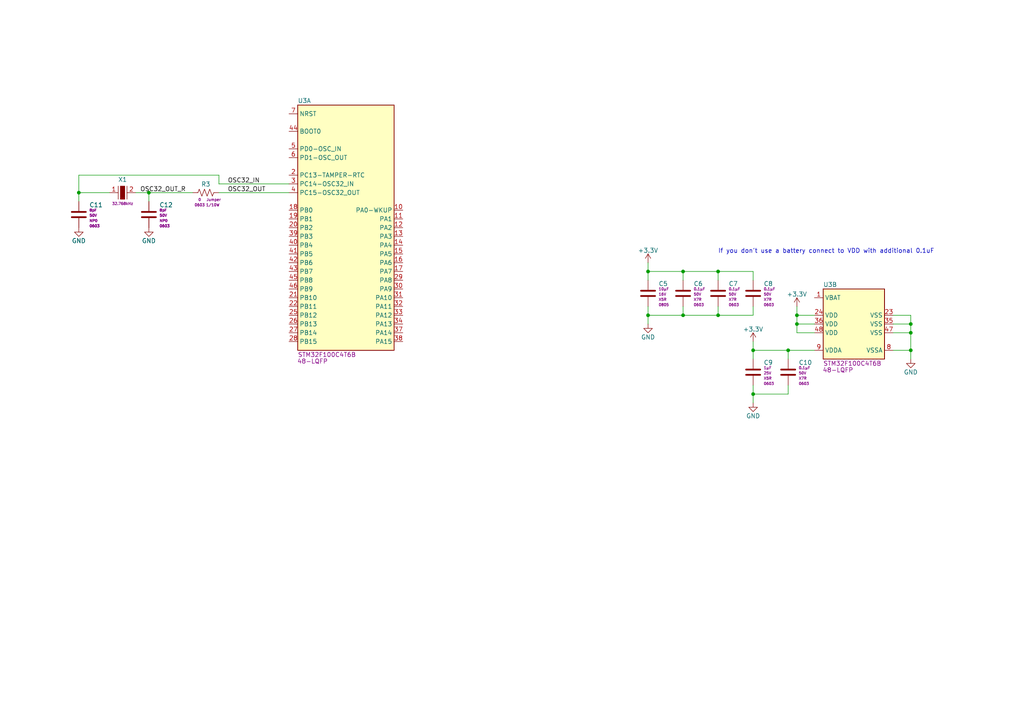
<source format=kicad_sch>
(kicad_sch (version 20211123) (generator eeschema)
  (paper "A4")
  (lib_symbols
    (symbol "arjun_symbols:CAP_CER_0u1_50V_X7R_0603" (pin_numbers hide) (pin_names (offset 0.254))
      (property "Reference" "C" (at 3.048 -1.016 0))
      (property "Capacitance" "0.1µF" (at 3.048 -2.54 0))
      (property "Voltage" "50V" (at 3.048 -4.064 0))
      (property "Package" "0603" (at 3.048 -7.112 0))
      (property "Temp Co" "X7R" (at 3.048 -5.588 0))
      (symbol "CAP_CER_0u1_50V_X7R_0603_0_1"
        (polyline (pts (xy -2.032 -4.572) (xy 2.032 -4.572)) (stroke (width 0.508)))
        (polyline (pts (xy -2.032 -3.048) (xy 2.032 -3.048)) (stroke (width 0.508)))
      )
      (symbol "CAP_CER_0u1_50V_X7R_0603_1_1"
        (pin passive line (at 0 0 270) (length 2.794) (name "~") (number "1"))
        (pin passive line (at 0 -7.62 90) (length 2.794) (name "~") (number "2"))
      )
    )
    (symbol "arjun_symbols:CAP_CER_10u_16V_X5R_0805" (pin_numbers hide) (pin_names (offset 0.254))
      (property "Reference" "C" (at 3.048 -1.016 0))
      (property "Capacitance" "10µF" (at 3.048 -2.54 0))
      (property "Voltage" "16V" (at 3.048 -4.064 0))
      (property "Package" "0805" (at 3.048 -7.112 0))
      (property "Temp Co" "X5R" (at 3.048 -5.588 0))
      (symbol "CAP_CER_10u_16V_X5R_0805_0_1"
        (polyline (pts (xy -2.032 -4.572) (xy 2.032 -4.572)) (stroke (width 0.508)))
        (polyline (pts (xy -2.032 -3.048) (xy 2.032 -3.048)) (stroke (width 0.508)))
      )
      (symbol "CAP_CER_10u_16V_X5R_0805_1_1"
        (pin passive line (at 0 0 270) (length 2.794) (name "~") (number "1"))
        (pin passive line (at 0 -7.62 90) (length 2.794) (name "~") (number "2"))
      )
    )
    (symbol "arjun_symbols:CAP_CER_1u_25V_X5R_0603" (pin_numbers hide) (pin_names (offset 0.254))
      (property "Reference" "C" (at 3.048 -1.016 0))
      (property "Capacitance" "1µF" (at 3.048 -2.54 0))
      (property "Voltage" "25V" (at 3.048 -4.064 0))
      (property "Package" "0603" (at 3.048 -7.112 0))
      (property "Temp Co" "X5R" (at 3.048 -5.588 0))
      (symbol "CAP_CER_1u_25V_X5R_0603_0_1"
        (polyline (pts (xy -2.032 -4.572) (xy 2.032 -4.572)) (stroke (width 0.508)))
        (polyline (pts (xy -2.032 -3.048) (xy 2.032 -3.048)) (stroke (width 0.508)))
      )
      (symbol "CAP_CER_1u_25V_X5R_0603_1_1"
        (pin passive line (at 0 0 270) (length 2.794) (name "~") (number "1"))
        (pin passive line (at 0 -7.62 90) (length 2.794) (name "~") (number "2"))
      )
    )
    (symbol "arjun_symbols:CAP_CER_8p_50V_NP0_0603" (pin_numbers hide) (pin_names (offset 0.254))
      (property "Reference" "C" (at 3.048 -1.016 0))
      (property "Capacitance" "8pF" (at 3.048 -2.54 0))
      (property "Voltage" "50V" (at 3.048 -4.064 0))
      (property "Package" "0603" (at 3.048 -7.112 0))
      (property "Temp Co" "NP0" (at 3.048 -5.588 0))
      (symbol "CAP_CER_8p_50V_NP0_0603_0_1"
        (polyline (pts (xy -2.032 -4.572) (xy 2.032 -4.572)) (stroke (width 0.508)))
        (polyline (pts (xy -2.032 -3.048) (xy 2.032 -3.048)) (stroke (width 0.508)))
      )
      (symbol "CAP_CER_8p_50V_NP0_0603_1_1"
        (pin passive line (at 0 0 270) (length 2.794) (name "~") (number "1"))
        (pin passive line (at 0 -7.62 90) (length 2.794) (name "~") (number "2"))
      )
    )
    (symbol "arjun_symbols:IC_MCU_STM32F100C4T6B_48LQFP"
      (property "Reference" "U" (at 2.54 5.715 0))
      (property "ManufacturerPN" "STM32F100C4T6B" (at 2.54 3.81 0))
      (property "Package" " 48-LQFP" (at 25.4 3.81 0))
      (symbol "IC_MCU_STM32F100C4T6B_48LQFP_1_1"
        (rectangle (start 2.54 2.54) (end 30.48 -68.58) (stroke (width 0.254)) (fill (type background)))
        (pin bidirectional line (at 33.02 -27.94 180) (length 2.54) (name "PA0-WKUP") (number "10"))
        (pin bidirectional line (at 33.02 -30.48 180) (length 2.54) (name "PA1") (number "11"))
        (pin bidirectional line (at 33.02 -33.02 180) (length 2.54) (name "PA2") (number "12"))
        (pin bidirectional line (at 33.02 -35.56 180) (length 2.54) (name "PA3") (number "13"))
        (pin bidirectional line (at 33.02 -38.1 180) (length 2.54) (name "PA4") (number "14"))
        (pin bidirectional line (at 33.02 -40.64 180) (length 2.54) (name "PA5") (number "15"))
        (pin bidirectional line (at 33.02 -43.18 180) (length 2.54) (name "PA6") (number "16"))
        (pin bidirectional line (at 33.02 -45.72 180) (length 2.54) (name "PA7") (number "17"))
        (pin bidirectional line (at 0 -27.94 0) (length 2.54) (name "PB0") (number "18"))
        (pin bidirectional line (at 0 -30.48 0) (length 2.54) (name "PB1") (number "19"))
        (pin bidirectional line (at 0 -17.78 0) (length 2.54) (name "PC13-TAMPER-RTC") (number "2"))
        (pin bidirectional line (at 0 -33.02 0) (length 2.54) (name "PB2") (number "20"))
        (pin bidirectional line (at 0 -53.34 0) (length 2.54) (name "PB10") (number "21"))
        (pin bidirectional line (at 0 -55.88 0) (length 2.54) (name "PB11") (number "22"))
        (pin bidirectional line (at 0 -58.42 0) (length 2.54) (name "PB12") (number "25"))
        (pin bidirectional line (at 0 -60.96 0) (length 2.54) (name "PB13") (number "26"))
        (pin bidirectional line (at 0 -63.5 0) (length 2.54) (name "PB14") (number "27"))
        (pin bidirectional line (at 0 -66.04 0) (length 2.54) (name "PB15") (number "28"))
        (pin bidirectional line (at 33.02 -48.26 180) (length 2.54) (name "PA8") (number "29"))
        (pin bidirectional line (at 0 -20.32 0) (length 2.54) (name "PC14-OSC32_IN") (number "3"))
        (pin bidirectional line (at 33.02 -50.8 180) (length 2.54) (name "PA9") (number "30"))
        (pin bidirectional line (at 33.02 -53.34 180) (length 2.54) (name "PA10") (number "31"))
        (pin bidirectional line (at 33.02 -55.88 180) (length 2.54) (name "PA11") (number "32"))
        (pin bidirectional line (at 33.02 -58.42 180) (length 2.54) (name "PA12") (number "33"))
        (pin bidirectional line (at 33.02 -60.96 180) (length 2.54) (name "PA13") (number "34"))
        (pin bidirectional line (at 33.02 -63.5 180) (length 2.54) (name "PA14") (number "37"))
        (pin bidirectional line (at 33.02 -66.04 180) (length 2.54) (name "PA15") (number "38"))
        (pin bidirectional line (at 0 -35.56 0) (length 2.54) (name "PB3") (number "39"))
        (pin bidirectional line (at 0 -22.86 0) (length 2.54) (name "PC15-OSC32_OUT") (number "4"))
        (pin bidirectional line (at 0 -38.1 0) (length 2.54) (name "PB4") (number "40"))
        (pin bidirectional line (at 0 -40.64 0) (length 2.54) (name "PB5") (number "41"))
        (pin bidirectional line (at 0 -43.18 0) (length 2.54) (name "PB6") (number "42"))
        (pin bidirectional line (at 0 -45.72 0) (length 2.54) (name "PB7") (number "43"))
        (pin input line (at 0 -5.08 0) (length 2.54) (name "BOOT0") (number "44"))
        (pin bidirectional line (at 0 -48.26 0) (length 2.54) (name "PB8") (number "45"))
        (pin bidirectional line (at 0 -50.8 0) (length 2.54) (name "PB9") (number "46"))
        (pin input line (at 0 -10.16 0) (length 2.54) (name "PD0-OSC_IN") (number "5"))
        (pin input line (at 0 -12.7 0) (length 2.54) (name "PD1-OSC_OUT") (number "6"))
        (pin input line (at 0 0 0) (length 2.54) (name "NRST") (number "7"))
      )
      (symbol "IC_MCU_STM32F100C4T6B_48LQFP_2_1"
        (rectangle (start 2.54 2.54) (end 20.32 -17.78) (stroke (width 0.254)) (fill (type background)))
        (pin power_in line (at 0 0 0) (length 2.54) (name "VBAT") (number "1"))
        (pin power_in line (at 22.86 -5.08 180) (length 2.54) (name "VSS") (number "23"))
        (pin power_in line (at 0 -5.08 0) (length 2.54) (name "VDD") (number "24"))
        (pin power_in line (at 22.86 -7.62 180) (length 2.54) (name "VSS") (number "35"))
        (pin power_in line (at 0 -7.62 0) (length 2.54) (name "VDD") (number "36"))
        (pin power_in line (at 22.86 -10.16 180) (length 2.54) (name "VSS") (number "47"))
        (pin power_in line (at 0 -10.16 0) (length 2.54) (name "VDD") (number "48"))
        (pin power_in line (at 22.86 -15.24 180) (length 2.54) (name "VSSA") (number "8"))
        (pin power_in line (at 0 -15.24 0) (length 2.54) (name "VDDA") (number "9"))
      )
    )
    (symbol "arjun_symbols:RES_0R_1{slash}10W_0603" (pin_numbers hide) (pin_names (offset 0))
      (property "Reference" "R" (at -3.175 -3.81 90))
      (property "Resistance" "0" (at 2.032 -5.588 90))
      (property "Tolerance" "Jumper" (at 2.032 -1.524 90))
      (property "Package" "0603" (at 3.556 -5.588 90))
      (property "Power" "1/10W" (at 3.556 -1.778 90))
      (symbol "RES_0R_1{slash}10W_0603_0_1"
        (polyline (pts (xy 0 -6.096) (xy 0 -6.35)))
        (polyline (pts (xy 0 -1.524) (xy 0 -1.27)))
        (polyline (pts (xy 0 -4.572) (xy 1.016 -4.953) (xy 0 -5.334) (xy -1.016 -5.715) (xy 0 -6.096)))
        (polyline (pts (xy 0 -3.048) (xy 1.016 -3.429) (xy 0 -3.81) (xy -1.016 -4.191) (xy 0 -4.572)))
        (polyline (pts (xy 0 -1.524) (xy 1.016 -1.905) (xy 0 -2.286) (xy -1.016 -2.667) (xy 0 -3.048)))
      )
      (symbol "RES_0R_1{slash}10W_0603_1_1"
        (pin passive line (at 0 0 270) (length 1.27) (name "~") (number "1"))
        (pin passive line (at 0 -7.62 90) (length 1.27) (name "~") (number "2"))
      )
    )
    (symbol "arjun_symbols:XTAL_32K768_7pF_ECS-.327-7-34B-C-TR" (pin_names (offset 1.016))
      (property "Reference" "X" (at 0 3.81 0))
      (property "Frequency" "32.768kHz" (at 0 -3.175 0))
      (symbol "XTAL_32K768_7pF_ECS-.327-7-34B-C-TR_1_1"
        (rectangle (start -0.635 1.905) (end 0.635 -1.905) (fill (type outline)))
        (polyline (pts (xy -1.27 1.905) (xy -1.27 -1.905)))
        (polyline (pts (xy 1.27 1.905) (xy 1.27 -1.905)))
        (pin bidirectional line (at -3.81 0 0) (length 2.54) (name "~") (number "1"))
        (pin bidirectional line (at 3.81 0 180) (length 2.54) (name "~") (number "2"))
      )
    )
    (symbol "power:+3.3V" (power) (pin_names (offset 0))
      (property "Value" "+3.3V" (at 0 3.556 0))
      (symbol "+3.3V_0_1"
        (polyline (pts (xy -0.762 1.27) (xy 0 2.54)))
        (polyline (pts (xy 0 0) (xy 0 2.54)))
        (polyline (pts (xy 0 2.54) (xy 0.762 1.27)))
      )
      (symbol "+3.3V_1_1"
        (pin power_in line (at 0 0 90) (length 0) hide (name "+3.3V") (number "1"))
      )
    )
    (symbol "power:GND" (power) (pin_names (offset 0))
      (property "Value" "GND" (at 0 -3.81 0))
      (symbol "GND_0_1"
        (polyline (pts (xy 0 0) (xy 0 -1.27) (xy 1.27 -1.27) (xy 0 -2.54) (xy -1.27 -1.27) (xy 0 -1.27)))
      )
      (symbol "GND_1_1"
        (pin power_in line (at 0 0 270) (length 0) hide (name "GND") (number "1"))
      )
    )
  )
  (junction (at 187.96 78.74))
  (junction (at 228.6 101.6))
  (junction (at 218.44 101.6))
  (junction (at 208.28 78.74))
  (junction (at 264.16 101.6))
  (junction (at 22.86 55.88))
  (junction (at 198.12 78.74))
  (junction (at 208.28 91.44))
  (junction (at 43.18 55.88))
  (junction (at 231.14 91.44))
  (junction (at 218.44 114.3))
  (junction (at 231.14 93.98))
  (junction (at 264.16 96.52))
  (junction (at 198.12 91.44))
  (junction (at 264.16 93.98))
  (junction (at 187.96 91.44))
  (wire (pts (xy 259.08 91.44) (xy 264.16 91.44)))
  (wire (pts (xy 231.14 88.9) (xy 231.14 91.44)))
  (wire (pts (xy 187.96 81.28) (xy 187.96 78.74)))
  (wire (pts (xy 22.86 55.88) (xy 22.86 58.42)))
  (wire (pts (xy 187.96 76.2) (xy 187.96 78.74)))
  (wire (pts (xy 218.44 104.14) (xy 218.44 101.6)))
  (wire (pts (xy 208.28 78.74) (xy 208.28 81.28)))
  (wire (pts (xy 264.16 101.6) (xy 264.16 104.14)))
  (wire (pts (xy 187.96 91.44) (xy 198.12 91.44)))
  (wire (pts (xy 208.28 88.9) (xy 208.28 91.44)))
  (wire (pts (xy 231.14 96.52) (xy 231.14 93.98)))
  (wire (pts (xy 231.14 93.98) (xy 236.22 93.98)))
  (wire (pts (xy 218.44 111.76) (xy 218.44 114.3)))
  (wire (pts (xy 236.22 96.52) (xy 231.14 96.52)))
  (wire (pts (xy 218.44 91.44) (xy 218.44 88.9)))
  (wire (pts (xy 198.12 78.74) (xy 198.12 81.28)))
  (wire (pts (xy 231.14 91.44) (xy 236.22 91.44)))
  (wire (pts (xy 218.44 114.3) (xy 228.6 114.3)))
  (wire (pts (xy 187.96 91.44) (xy 187.96 93.98)))
  (wire (pts (xy 43.18 55.88) (xy 43.18 58.42)))
  (wire (pts (xy 264.16 93.98) (xy 264.16 96.52)))
  (wire (pts (xy 39.37 55.88) (xy 43.18 55.88)))
  (wire (pts (xy 264.16 91.44) (xy 264.16 93.98)))
  (wire (pts (xy 63.5 53.34) (xy 83.82 53.34)))
  (wire (pts (xy 187.96 78.74) (xy 198.12 78.74)))
  (wire (pts (xy 228.6 111.76) (xy 228.6 114.3)))
  (wire (pts (xy 31.75 55.88) (xy 22.86 55.88)))
  (wire (pts (xy 198.12 91.44) (xy 208.28 91.44)))
  (wire (pts (xy 22.86 50.8) (xy 22.86 55.88)))
  (wire (pts (xy 208.28 91.44) (xy 218.44 91.44)))
  (wire (pts (xy 63.5 50.8) (xy 22.86 50.8)))
  (wire (pts (xy 187.96 88.9) (xy 187.96 91.44)))
  (wire (pts (xy 218.44 99.06) (xy 218.44 101.6)))
  (wire (pts (xy 198.12 88.9) (xy 198.12 91.44)))
  (wire (pts (xy 43.18 55.88) (xy 55.88 55.88)))
  (wire (pts (xy 264.16 96.52) (xy 264.16 101.6)))
  (wire (pts (xy 198.12 78.74) (xy 208.28 78.74)))
  (wire (pts (xy 259.08 93.98) (xy 264.16 93.98)))
  (wire (pts (xy 228.6 101.6) (xy 236.22 101.6)))
  (wire (pts (xy 259.08 96.52) (xy 264.16 96.52)))
  (wire (pts (xy 218.44 101.6) (xy 228.6 101.6)))
  (wire (pts (xy 208.28 78.74) (xy 218.44 78.74)))
  (wire (pts (xy 228.6 104.14) (xy 228.6 101.6)))
  (wire (pts (xy 218.44 114.3) (xy 218.44 116.84)))
  (wire (pts (xy 218.44 78.74) (xy 218.44 81.28)))
  (wire (pts (xy 63.5 53.34) (xy 63.5 50.8)))
  (wire (pts (xy 231.14 93.98) (xy 231.14 91.44)))
  (wire (pts (xy 259.08 101.6) (xy 264.16 101.6)))
  (wire (pts (xy 63.5 55.88) (xy 83.82 55.88)))
  (text "If you don't use a battery connect to VDD with additional 0.1uF\n" (at 208.28 73.66 0) (effects (font (size 1.27 1.27)) (justify left bottom)))
  (label "OSC32_OUT" (at 66.04 55.88 0))
  (label "OSC32_IN" (at 66.04 53.34 0))
  (label "OSC32_OUT_R" (at 40.64 55.88 0))
  (symbol (lib_id "power:GND") (at 218.44 116.84 0) (unit 1)
    (property "Reference" "#PWR012" (effects hide))
    (property "Value" "GND" (at 218.44 120.65 0))
  )
  (symbol (lib_id "arjun_symbols:IC_MCU_STM32F100C4T6B_48LQFP") (at 236.22 86.36 0) (unit 2)
    (property "Reference" "U3" (at 238.76 82.55 0) (effects (justify left)))
    (property "Value" "IC_MCU_STM32F100C4T6B_48LQFP" (effects hide))
    (property "Footprint" "Package_QFP:LQFP-48_7x7mm_P0.5mm" (effects hide))
    (property "Datasheet" "http://www.st.com/st-web-ui/static/active/en/resource/technical/document/datasheet/CD00251732.pdf" (effects hide))
    (property "Manufacturer" "STMicroelectronics" (effects hide))
    (property "ManufacturerPN" "STM32F100C4T6B" (at 238.76 105.41 0) (effects (justify left)))
    (property "Vendor" "Digi-Key" (effects hide))
    (property "VendorPN" "497-10501-ND" (effects hide))
    (property "Package" " 48-LQFP" (at 242.57 107.315 0))
  )
  (symbol (lib_id "power:GND") (at 22.86 66.04 0) (unit 1)
    (property "Reference" "#PWR013" (effects hide))
    (property "Value" "GND" (at 22.86 69.85 0))
  )
  (symbol (lib_id "power:GND") (at 43.18 66.04 0) (unit 1)
    (property "Reference" "#PWR014" (effects hide))
    (property "Value" "GND" (at 43.18 69.85 0))
  )
  (symbol (lib_id "power:GND") (at 187.96 93.98 0) (unit 1)
    (property "Reference" "#PWR09" (effects hide))
    (property "Value" "GND" (at 187.96 97.79 0))
  )
  (symbol (lib_id "arjun_symbols:CAP_CER_8p_50V_NP0_0603") (at 43.18 58.42 0) (unit 1)
    (property "Reference" "C12" (at 46.228 59.436 0) (effects (justify left)))
    (property "Value" "CAP_CER_8p_50V_NP0_0603" (effects hide))
    (property "Footprint" "Capacitor_SMD:C_0603_1608Metric" (effects hide))
    (property "Datasheet" "https://connect.kemet.com:7667/gateway/IntelliData-ComponentDocumentation/1.0/download/datasheet/CBR06C809B5GAC" (effects hide))
    (property "Manufacturer" "KEMET" (effects hide))
    (property "ManufacturerPN" "CBR06C809B5GAC" (effects hide))
    (property "Vendor" "Digi-Key" (effects hide))
    (property "VendorPN" "399-CBR06C809B5GACCT-ND" (effects hide))
    (property "Capacitance" "8pF" (at 46.228 60.96 0) (effects (font (size 0.762 0.762)) (justify left)))
    (property "Voltage" "50V" (at 46.228 62.484 0) (effects (font (size 0.762 0.762)) (justify left)))
    (property "Package" "0603" (at 46.228 65.532 0) (effects (font (size 0.762 0.762)) (justify left)))
    (property "Temp Co" "NP0" (at 46.228 64.008 0) (effects (font (size 0.762 0.762)) (justify left)))
  )
  (symbol (lib_id "power:+3.3V") (at 187.96 76.2 0) (unit 1)
    (property "Reference" "#PWR07" (effects hide))
    (property "Value" "+3.3V" (at 187.96 72.644 0))
  )
  (symbol (lib_id "arjun_symbols:XTAL_32K768_7pF_ECS-.327-7-34B-C-TR") (at 35.56 55.88 0) (unit 1)
    (property "Reference" "X1" (at 35.56 52.07 0))
    (property "Value" "XTAL_32K768_7pF_ECS-.327-7-34B-C-TR" (effects hide))
    (property "Footprint" "arjun_footprints:SMD-2_3.2x1.5mm" (effects hide))
    (property "Datasheet" "https://ecsxtal.com/store/pdf/ecx-31b.pdf" (effects hide))
    (property "VendorPN" "XC1948CT-ND" (effects hide))
    (property "ManufacturerPN" "ECS-.327-7-34B-C-TR" (effects hide))
    (property "Category" "Crystals, Oscillators, Resonators" (effects hide))
    (property "Vendor" "Digi-Key" (effects hide))
    (property "DK_Datasheet_Link" "http://www.ecsxtal.com/store/pdf/ecx-31b.pdf" (effects hide))
    (property "DK_Detail_Page" "/product-detail/en/ecs-inc/ECS-.327-12.5-34B-TR/XC1617CT-ND/1693786" (effects hide))
    (property "Description" "CRYSTAL 32.7680KHZ 12.5PF SMD" (effects hide))
    (property "Manufacturer" "ECS Inc." (effects hide))
    (property "Status" "Active" (effects hide))
    (property "Frequency" "32.768kHz" (at 35.56 59.055 0) (effects (font (size 0.762 0.762))))
  )
  (symbol (lib_id "arjun_symbols:CAP_CER_0u1_50V_X7R_0603") (at 198.12 81.28 0) (unit 1)
    (property "Reference" "C6" (at 201.168 82.296 0) (effects (justify left)))
    (property "Value" "CAP_CER_0u1_50V_X7R_0603" (effects hide))
    (property "Footprint" "Capacitor_SMD:C_0603_1608Metric" (effects hide))
    (property "Datasheet" "https://media.digikey.com/pdf/Data%20Sheets/Samsung%20PDFs/CL10B104KB8NNNC_Spec.pdf" (effects hide))
    (property "Manufacturer" "Samsung Electro-Mechanics" (effects hide))
    (property "ManufacturerPN" "CL10B104KB8NNNC" (effects hide))
    (property "Vendor" "Digi-Key" (effects hide))
    (property "VendorPN" "1276-1000-1-ND" (effects hide))
    (property "Capacitance" "0.1µF" (at 201.168 83.82 0) (effects (font (size 0.762 0.762)) (justify left)))
    (property "Voltage" "50V" (at 201.168 85.344 0) (effects (font (size 0.762 0.762)) (justify left)))
    (property "Package" "0603" (at 201.168 88.392 0) (effects (font (size 0.762 0.762)) (justify left)))
    (property "Temp Co" "X7R" (at 201.168 86.868 0) (effects (font (size 0.762 0.762)) (justify left)))
  )
  (symbol (lib_id "power:+3.3V") (at 218.44 99.06 0) (unit 1)
    (property "Reference" "#PWR010" (effects hide))
    (property "Value" "+3.3V" (at 218.44 95.504 0))
  )
  (symbol (lib_id "arjun_symbols:CAP_CER_8p_50V_NP0_0603") (at 22.86 58.42 0) (unit 1)
    (property "Reference" "C11" (at 25.908 59.436 0) (effects (justify left)))
    (property "Value" "CAP_CER_8p_50V_NP0_0603" (effects hide))
    (property "Footprint" "Capacitor_SMD:C_0603_1608Metric" (effects hide))
    (property "Datasheet" "https://connect.kemet.com:7667/gateway/IntelliData-ComponentDocumentation/1.0/download/datasheet/CBR06C809B5GAC" (effects hide))
    (property "Manufacturer" "KEMET" (effects hide))
    (property "ManufacturerPN" "CBR06C809B5GAC" (effects hide))
    (property "Vendor" "Digi-Key" (effects hide))
    (property "VendorPN" "399-CBR06C809B5GACCT-ND" (effects hide))
    (property "Capacitance" "8pF" (at 25.908 60.96 0) (effects (font (size 0.762 0.762)) (justify left)))
    (property "Voltage" "50V" (at 25.908 62.484 0) (effects (font (size 0.762 0.762)) (justify left)))
    (property "Package" "0603" (at 25.908 65.532 0) (effects (font (size 0.762 0.762)) (justify left)))
    (property "Temp Co" "NP0" (at 25.908 64.008 0) (effects (font (size 0.762 0.762)) (justify left)))
  )
  (symbol (lib_id "arjun_symbols:CAP_CER_1u_25V_X5R_0603") (at 218.44 104.14 0) (unit 1)
    (property "Reference" "C9" (at 221.488 105.156 0) (effects (justify left)))
    (property "Value" "CAP_CER_1u_25V_X5R_0603" (effects hide))
    (property "Footprint" "Capacitor_SMD:C_0603_1608Metric" (effects hide))
    (property "Datasheet" "https://www.yageo.com/upload/media/product/productsearch/datasheet/mlcc/UPY-GPHC_X5R_4V-to-50V_26.pdf" (effects hide))
    (property "Manufacturer" "YAGEO" (effects hide))
    (property "ManufacturerPN" "CC0603KRX5R8BB105" (effects hide))
    (property "Vendor" "Digi-Key" (effects hide))
    (property "VendorPN" "311-1445-1-ND" (effects hide))
    (property "Capacitance" "1µF" (at 221.488 106.68 0) (effects (font (size 0.762 0.762)) (justify left)))
    (property "Voltage" "25V" (at 221.488 108.204 0) (effects (font (size 0.762 0.762)) (justify left)))
    (property "Package" "0603" (at 221.488 111.252 0) (effects (font (size 0.762 0.762)) (justify left)))
    (property "Temp Co" "X5R" (at 221.488 109.728 0) (effects (font (size 0.762 0.762)) (justify left)))
  )
  (symbol (lib_id "arjun_symbols:CAP_CER_0u1_50V_X7R_0603") (at 208.28 81.28 0) (unit 1)
    (property "Reference" "C7" (at 211.328 82.296 0) (effects (justify left)))
    (property "Value" "CAP_CER_0u1_50V_X7R_0603" (effects hide))
    (property "Footprint" "Capacitor_SMD:C_0603_1608Metric" (effects hide))
    (property "Datasheet" "https://media.digikey.com/pdf/Data%20Sheets/Samsung%20PDFs/CL10B104KB8NNNC_Spec.pdf" (effects hide))
    (property "Manufacturer" "Samsung Electro-Mechanics" (effects hide))
    (property "ManufacturerPN" "CL10B104KB8NNNC" (effects hide))
    (property "Vendor" "Digi-Key" (effects hide))
    (property "VendorPN" "1276-1000-1-ND" (effects hide))
    (property "Capacitance" "0.1µF" (at 211.328 83.82 0) (effects (font (size 0.762 0.762)) (justify left)))
    (property "Voltage" "50V" (at 211.328 85.344 0) (effects (font (size 0.762 0.762)) (justify left)))
    (property "Package" "0603" (at 211.328 88.392 0) (effects (font (size 0.762 0.762)) (justify left)))
    (property "Temp Co" "X7R" (at 211.328 86.868 0) (effects (font (size 0.762 0.762)) (justify left)))
  )
  (symbol (lib_id "arjun_symbols:CAP_CER_0u1_50V_X7R_0603") (at 218.44 81.28 0) (unit 1)
    (property "Reference" "C8" (at 221.488 82.296 0) (effects (justify left)))
    (property "Value" "CAP_CER_0u1_50V_X7R_0603" (effects hide))
    (property "Footprint" "Capacitor_SMD:C_0603_1608Metric" (effects hide))
    (property "Datasheet" "https://media.digikey.com/pdf/Data%20Sheets/Samsung%20PDFs/CL10B104KB8NNNC_Spec.pdf" (effects hide))
    (property "Manufacturer" "Samsung Electro-Mechanics" (effects hide))
    (property "ManufacturerPN" "CL10B104KB8NNNC" (effects hide))
    (property "Vendor" "Digi-Key" (effects hide))
    (property "VendorPN" "1276-1000-1-ND" (effects hide))
    (property "Capacitance" "0.1µF" (at 221.488 83.82 0) (effects (font (size 0.762 0.762)) (justify left)))
    (property "Voltage" "50V" (at 221.488 85.344 0) (effects (font (size 0.762 0.762)) (justify left)))
    (property "Package" "0603" (at 221.488 88.392 0) (effects (font (size 0.762 0.762)) (justify left)))
    (property "Temp Co" "X7R" (at 221.488 86.868 0) (effects (font (size 0.762 0.762)) (justify left)))
  )
  (symbol (lib_id "power:GND") (at 264.16 104.14 0) (unit 1)
    (property "Reference" "#PWR011" (effects hide))
    (property "Value" "GND" (at 264.16 107.95 0))
  )
  (symbol (lib_id "arjun_symbols:RES_0R_1{slash}10W_0603") (at 63.5 55.88 270) (unit 1)
    (property "Reference" "R3" (at 59.69 52.705 90) (effects (justify top)))
    (property "Value" "RES_0R_1/10W_0603" (effects hide))
    (property "Footprint" "Resistor_SMD:R_0603_1608Metric" (effects hide))
    (property "Datasheet" "https://www.seielect.com/Catalog/SEI-RMCF_RMCP.pdf" (effects hide))
    (property "Manufacturer" "Stackpole Electronics Inc" (effects hide))
    (property "ManufacturerPN" "RMCF0603ZT0R00" (effects hide))
    (property "Vendor" "Digi-Key" (effects hide))
    (property "VendorPN" "RMCF0603ZT0R00CT-ND" (effects hide))
    (property "Resistance" "0" (at 57.912 57.912 90) (effects (font (size 0.762 0.762))))
    (property "Tolerance" "Jumper" (at 61.976 57.912 90) (effects (font (size 0.762 0.762))))
    (property "Package" "0603" (at 57.912 59.436 90) (effects (font (size 0.762 0.762))))
    (property "Power" "1/10W" (at 61.722 59.436 90) (effects (font (size 0.762 0.762))))
  )
  (symbol (lib_id "arjun_symbols:CAP_CER_0u1_50V_X7R_0603") (at 228.6 104.14 0) (unit 1)
    (property "Reference" "C10" (at 231.648 105.156 0) (effects (justify left)))
    (property "Value" "CAP_CER_0u1_50V_X7R_0603" (effects hide))
    (property "Footprint" "Capacitor_SMD:C_0603_1608Metric" (effects hide))
    (property "Datasheet" "https://media.digikey.com/pdf/Data%20Sheets/Samsung%20PDFs/CL10B104KB8NNNC_Spec.pdf" (effects hide))
    (property "Manufacturer" "Samsung Electro-Mechanics" (effects hide))
    (property "ManufacturerPN" "CL10B104KB8NNNC" (effects hide))
    (property "Vendor" "Digi-Key" (effects hide))
    (property "VendorPN" "1276-1000-1-ND" (effects hide))
    (property "Capacitance" "0.1µF" (at 231.648 106.68 0) (effects (font (size 0.762 0.762)) (justify left)))
    (property "Voltage" "50V" (at 231.648 108.204 0) (effects (font (size 0.762 0.762)) (justify left)))
    (property "Package" "0603" (at 231.648 111.252 0) (effects (font (size 0.762 0.762)) (justify left)))
    (property "Temp Co" "X7R" (at 231.648 109.728 0) (effects (font (size 0.762 0.762)) (justify left)))
  )
  (symbol (lib_id "power:+3.3V") (at 231.14 88.9 0) (unit 1)
    (property "Reference" "#PWR08" (effects hide))
    (property "Value" "+3.3V" (at 231.14 85.344 0))
  )
  (symbol (lib_id "arjun_symbols:IC_MCU_STM32F100C4T6B_48LQFP") (at 83.82 33.02 0) (unit 1)
    (property "Reference" "U3" (at 86.36 29.21 0) (effects (justify left)))
    (property "Value" "IC_MCU_STM32F100C4T6B_48LQFP" (effects hide))
    (property "Footprint" "Package_QFP:LQFP-48_7x7mm_P0.5mm" (effects hide))
    (property "Datasheet" "http://www.st.com/st-web-ui/static/active/en/resource/technical/document/datasheet/CD00251732.pdf" (effects hide))
    (property "Manufacturer" "STMicroelectronics" (effects hide))
    (property "ManufacturerPN" "STM32F100C4T6B" (at 86.36 102.87 0) (effects (justify left)))
    (property "Vendor" "Digi-Key" (effects hide))
    (property "VendorPN" "497-10501-ND" (effects hide))
    (property "Package" " 48-LQFP" (at 90.17 104.775 0))
  )
  (symbol (lib_id "arjun_symbols:CAP_CER_10u_16V_X5R_0805") (at 187.96 81.28 0) (unit 1)
    (property "Reference" "C5" (at 191.008 82.296 0) (effects (justify left)))
    (property "Value" "CAP_CER_10u_16V_X5R_0805" (effects hide))
    (property "Footprint" "Capacitor_SMD:C_0805_2012Metric" (effects hide))
    (property "Datasheet" "https://media.digikey.com/pdf/Data%20Sheets/Samsung%20PDFs/CL21A106KOQNNNE_Spec.pdf" (effects hide))
    (property "Manufacturer" "Samsung Electro-Mechanics" (effects hide))
    (property "ManufacturerPN" "CL21A106KOQNNNE" (effects hide))
    (property "Vendor" "Digi-Key" (effects hide))
    (property "VendorPN" "1276-1096-1-ND" (effects hide))
    (property "Capacitance" "10µF" (at 191.008 83.82 0) (effects (font (size 0.762 0.762)) (justify left)))
    (property "Voltage" "16V" (at 191.008 85.344 0) (effects (font (size 0.762 0.762)) (justify left)))
    (property "Package" "0805" (at 191.008 88.392 0) (effects (font (size 0.762 0.762)) (justify left)))
    (property "Temp Co" "X5R" (at 191.008 86.868 0) (effects (font (size 0.762 0.762)) (justify left)))
  )
)
</source>
